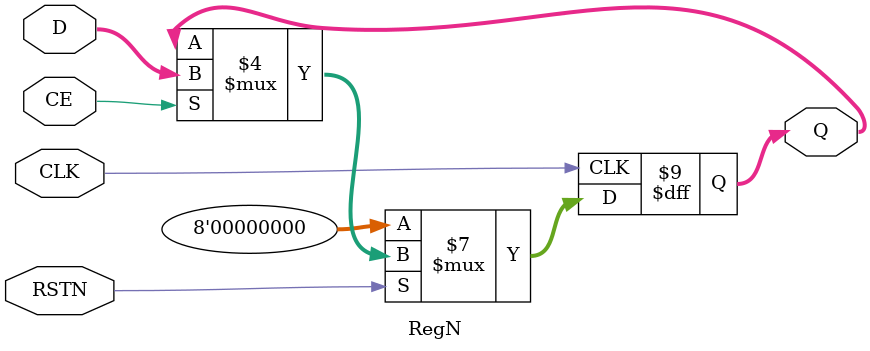
<source format=sv>

module RegN ( D, Q, CE, RSTN, CLK) /* synthesis GSR="ENABLED" */;
parameter WIDTH = 8;
parameter INITIAL_VALUE = {WIDTH{1'b0}};

input wire[(WIDTH-1):0] D;
input wire CE, RSTN, CLK;
output reg[(WIDTH-1):0] Q = INITIAL_VALUE; // Output to Chip Registers 

always @(posedge CLK) begin
	if (RSTN == 1'b0) Q <= INITIAL_VALUE;
	else Q <= (CE == 1'b1) ? D : Q;
end
endmodule
</source>
